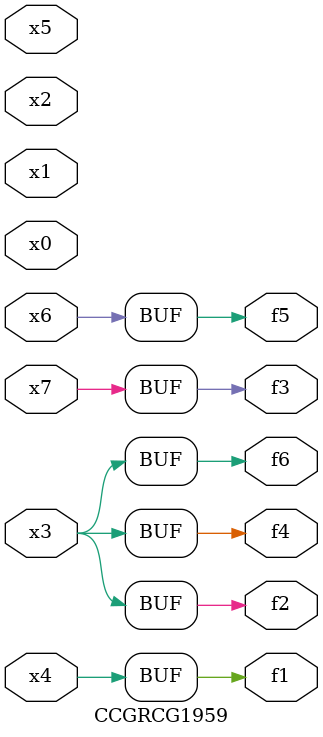
<source format=v>
module CCGRCG1959(
	input x0, x1, x2, x3, x4, x5, x6, x7,
	output f1, f2, f3, f4, f5, f6
);
	assign f1 = x4;
	assign f2 = x3;
	assign f3 = x7;
	assign f4 = x3;
	assign f5 = x6;
	assign f6 = x3;
endmodule

</source>
